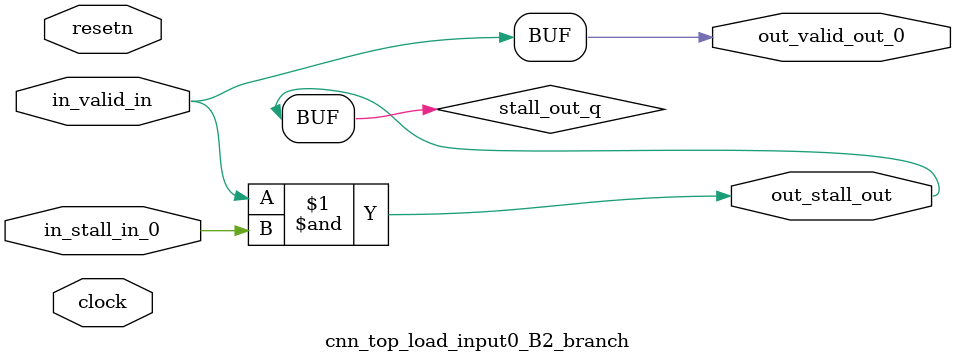
<source format=sv>



(* altera_attribute = "-name AUTO_SHIFT_REGISTER_RECOGNITION OFF; -name MESSAGE_DISABLE 10036; -name MESSAGE_DISABLE 10037; -name MESSAGE_DISABLE 14130; -name MESSAGE_DISABLE 14320; -name MESSAGE_DISABLE 15400; -name MESSAGE_DISABLE 14130; -name MESSAGE_DISABLE 10036; -name MESSAGE_DISABLE 12020; -name MESSAGE_DISABLE 12030; -name MESSAGE_DISABLE 12010; -name MESSAGE_DISABLE 12110; -name MESSAGE_DISABLE 14320; -name MESSAGE_DISABLE 13410; -name MESSAGE_DISABLE 113007; -name MESSAGE_DISABLE 10958" *)
module cnn_top_load_input0_B2_branch (
    input wire [0:0] in_stall_in_0,
    input wire [0:0] in_valid_in,
    output wire [0:0] out_stall_out,
    output wire [0:0] out_valid_out_0,
    input wire clock,
    input wire resetn
    );

    wire [0:0] stall_out_q;


    // stall_out(LOGICAL,6)
    assign stall_out_q = in_valid_in & in_stall_in_0;

    // out_stall_out(GPOUT,4)
    assign out_stall_out = stall_out_q;

    // out_valid_out_0(GPOUT,5)
    assign out_valid_out_0 = in_valid_in;

endmodule

</source>
